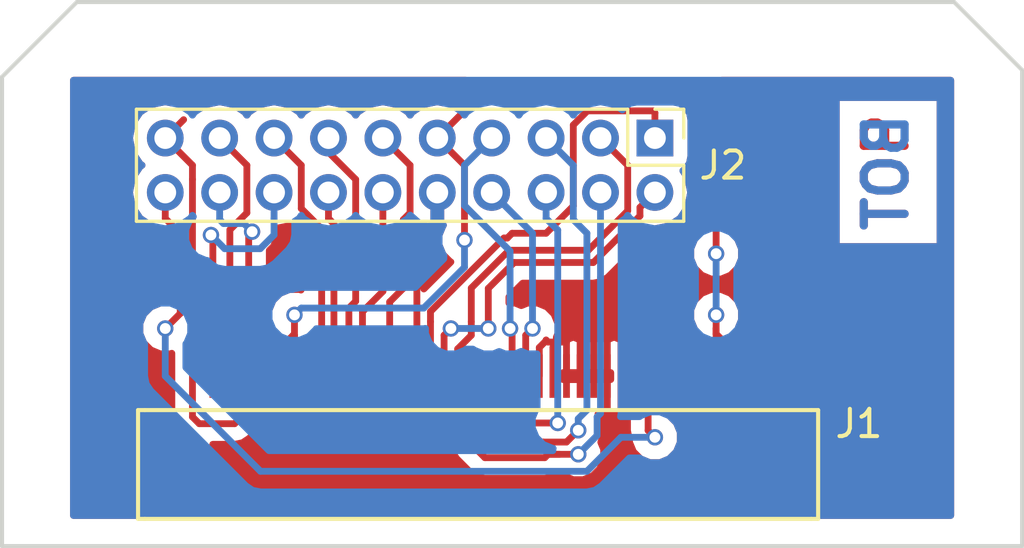
<source format=kicad_pcb>
(kicad_pcb (version 4) (host pcbnew 4.0.7-e2-6376~58~ubuntu16.04.1)

  (general
    (links 37)
    (no_connects 37)
    (area 174.975119 97.308963 215.125121 117.458965)
    (thickness 1.6)
    (drawings 8)
    (tracks 224)
    (zones 0)
    (modules 2)
    (nets 24)
  )

  (page A4)
  (layers
    (0 F.Cu signal)
    (31 B.Cu signal)
    (32 B.Adhes user)
    (33 F.Adhes user)
    (34 B.Paste user)
    (35 F.Paste user)
    (36 B.SilkS user)
    (37 F.SilkS user)
    (38 B.Mask user)
    (39 F.Mask user)
    (40 Dwgs.User user)
    (41 Cmts.User user)
    (42 Eco1.User user)
    (43 Eco2.User user)
    (44 Edge.Cuts user)
    (45 Margin user)
    (46 B.CrtYd user)
    (47 F.CrtYd user)
    (48 B.Fab user)
    (49 F.Fab user)
  )

  (setup
    (last_trace_width 0.25)
    (trace_clearance 0.2)
    (zone_clearance 0.508)
    (zone_45_only no)
    (trace_min 0.2)
    (segment_width 0.2)
    (edge_width 0.15)
    (via_size 0.6)
    (via_drill 0.4)
    (via_min_size 0.4)
    (via_min_drill 0.3)
    (uvia_size 0.3)
    (uvia_drill 0.1)
    (uvias_allowed no)
    (uvia_min_size 0.2)
    (uvia_min_drill 0.1)
    (pcb_text_width 0.3)
    (pcb_text_size 1.5 1.5)
    (mod_edge_width 0.15)
    (mod_text_size 1 1)
    (mod_text_width 0.15)
    (pad_size 1.524 1.524)
    (pad_drill 0.762)
    (pad_to_mask_clearance 0.2)
    (aux_axis_origin 0 0)
    (visible_elements FFFFFF7F)
    (pcbplotparams
      (layerselection 0x01030_80000001)
      (usegerberextensions false)
      (excludeedgelayer true)
      (linewidth 0.100000)
      (plotframeref false)
      (viasonmask false)
      (mode 1)
      (useauxorigin false)
      (hpglpennumber 1)
      (hpglpenspeed 20)
      (hpglpendiameter 15)
      (hpglpenoverlay 2)
      (psnegative false)
      (psa4output false)
      (plotreference true)
      (plotvalue true)
      (plotinvisibletext false)
      (padsonsilk false)
      (subtractmaskfromsilk false)
      (outputformat 1)
      (mirror false)
      (drillshape 0)
      (scaleselection 1)
      (outputdirectory Export/))
  )

  (net 0 "")
  (net 1 TS_ADC1)
  (net 2 TS_ADC2)
  (net 3 TS_P1)
  (net 4 TS_P2)
  (net 5 GND)
  (net 6 +3V3)
  (net 7 "Net-(J1-Pad8)")
  (net 8 LCD_CS)
  (net 9 LCD_RS)
  (net 10 LCD_WR)
  (net 11 LCD_RD)
  (net 12 "Net-(J1-Pad13)")
  (net 13 "Net-(J1-Pad14)")
  (net 14 LCD_RST)
  (net 15 LCD_D0)
  (net 16 LCD_D1)
  (net 17 LCD_D2)
  (net 18 LCD_D3)
  (net 19 LCD_D4)
  (net 20 LCD_D5)
  (net 21 LCD_D6)
  (net 22 LCD_D7)
  (net 23 LCD_BL_PWR)

  (net_class Default "This is the default net class."
    (clearance 0.2)
    (trace_width 0.25)
    (via_dia 0.6)
    (via_drill 0.4)
    (uvia_dia 0.3)
    (uvia_drill 0.1)
    (add_net +3V3)
    (add_net GND)
    (add_net LCD_BL_PWR)
    (add_net LCD_CS)
    (add_net LCD_D0)
    (add_net LCD_D1)
    (add_net LCD_D2)
    (add_net LCD_D3)
    (add_net LCD_D4)
    (add_net LCD_D5)
    (add_net LCD_D6)
    (add_net LCD_D7)
    (add_net LCD_RD)
    (add_net LCD_RS)
    (add_net LCD_RST)
    (add_net LCD_WR)
    (add_net "Net-(J1-Pad13)")
    (add_net "Net-(J1-Pad14)")
    (add_net "Net-(J1-Pad8)")
    (add_net TS_ADC1)
    (add_net TS_ADC2)
    (add_net TS_P1)
    (add_net TS_P2)
  )

  (module timekiller-footprints:LCD_conn (layer F.Cu) (tedit 5ADB13EA) (tstamp 5B8B16DD)
    (at 185.75 111 90)
    (path /5B8B002C)
    (fp_text reference J1 (at -1.75 23.25 180) (layer F.SilkS)
      (effects (font (size 1 1) (thickness 0.15)))
    )
    (fp_text value Conn_LCD (at -2.75 8.5 180) (layer F.Fab)
      (effects (font (size 1 1) (thickness 0.15)))
    )
    (fp_line (start -5.25 -3.25) (end -5.25 -3) (layer F.SilkS) (width 0.15))
    (fp_line (start -1.25 -3.25) (end -1.25 -3) (layer F.SilkS) (width 0.15))
    (fp_line (start -5.25 21.5) (end -5.25 21.75) (layer F.SilkS) (width 0.15))
    (fp_line (start -1.25 21.5) (end -1.25 21.75) (layer F.SilkS) (width 0.15))
    (fp_line (start -1.25 21.75) (end -5.25 21.75) (layer F.SilkS) (width 0.15))
    (fp_line (start -5.25 21.5) (end -5.25 -3) (layer F.SilkS) (width 0.15))
    (fp_line (start -5.25 -3.25) (end -1.25 -3.25) (layer F.SilkS) (width 0.15))
    (fp_line (start -1.25 -3) (end -1.25 21.5) (layer F.SilkS) (width 0.15))
    (pad 1 smd rect (at 0.25 -0.5 90) (size 2.1 0.25) (layers F.Cu F.Paste F.Mask)
      (net 1 TS_ADC1))
    (pad 2 smd rect (at 0 0 90) (size 1.6 0.25) (layers F.Cu F.Paste F.Mask)
      (net 2 TS_ADC2))
    (pad 3 smd rect (at 0 0.5 90) (size 1.6 0.25) (layers F.Cu F.Paste F.Mask)
      (net 3 TS_P1))
    (pad 4 smd rect (at 0 1 90) (size 1.6 0.25) (layers F.Cu F.Paste F.Mask)
      (net 4 TS_P2))
    (pad 5 smd rect (at 0 1.5 90) (size 1.6 0.25) (layers F.Cu F.Paste F.Mask)
      (net 5 GND))
    (pad 6 smd rect (at 0 2 90) (size 1.6 0.25) (layers F.Cu F.Paste F.Mask)
      (net 6 +3V3))
    (pad 7 smd rect (at 0 2.5 90) (size 1.6 0.25) (layers F.Cu F.Paste F.Mask)
      (net 6 +3V3))
    (pad 8 smd rect (at 0 3 90) (size 1.6 0.25) (layers F.Cu F.Paste F.Mask)
      (net 7 "Net-(J1-Pad8)"))
    (pad 9 smd rect (at 0 3.5 90) (size 1.6 0.25) (layers F.Cu F.Paste F.Mask)
      (net 8 LCD_CS))
    (pad 10 smd rect (at 0 4 90) (size 1.6 0.25) (layers F.Cu F.Paste F.Mask)
      (net 9 LCD_RS))
    (pad 11 smd rect (at 0 4.5 90) (size 1.6 0.25) (layers F.Cu F.Paste F.Mask)
      (net 10 LCD_WR))
    (pad 12 smd rect (at 0 5 90) (size 1.6 0.25) (layers F.Cu F.Paste F.Mask)
      (net 11 LCD_RD))
    (pad 13 smd rect (at 0 5.5 90) (size 1.6 0.25) (layers F.Cu F.Paste F.Mask)
      (net 12 "Net-(J1-Pad13)"))
    (pad 14 smd rect (at 0 6 90) (size 1.6 0.25) (layers F.Cu F.Paste F.Mask)
      (net 13 "Net-(J1-Pad14)"))
    (pad 15 smd rect (at 0 6.5 90) (size 1.6 0.25) (layers F.Cu F.Paste F.Mask)
      (net 14 LCD_RST))
    (pad 16 smd rect (at 0 7 90) (size 1.6 0.25) (layers F.Cu F.Paste F.Mask)
      (net 5 GND))
    (pad 17 smd rect (at 0 7.5 90) (size 1.6 0.25) (layers F.Cu F.Paste F.Mask)
      (net 15 LCD_D0))
    (pad 18 smd rect (at 0 8 90) (size 1.6 0.25) (layers F.Cu F.Paste F.Mask)
      (net 16 LCD_D1))
    (pad 19 smd rect (at 0 8.5 90) (size 1.6 0.25) (layers F.Cu F.Paste F.Mask)
      (net 17 LCD_D2))
    (pad 20 smd rect (at 0 9 90) (size 1.6 0.25) (layers F.Cu F.Paste F.Mask)
      (net 18 LCD_D3))
    (pad 21 smd rect (at 0 9.5 90) (size 1.6 0.25) (layers F.Cu F.Paste F.Mask)
      (net 19 LCD_D4))
    (pad 22 smd rect (at 0 10 90) (size 1.6 0.25) (layers F.Cu F.Paste F.Mask)
      (net 20 LCD_D5))
    (pad 23 smd rect (at 0 10.5 90) (size 1.6 0.25) (layers F.Cu F.Paste F.Mask)
      (net 21 LCD_D6))
    (pad 24 smd rect (at 0 11 90) (size 1.6 0.25) (layers F.Cu F.Paste F.Mask)
      (net 22 LCD_D7))
    (pad 25 smd rect (at 0 11.5 90) (size 1.6 0.25) (layers F.Cu F.Paste F.Mask)
      (net 5 GND))
    (pad 26 smd rect (at 0 12 90) (size 1.6 0.25) (layers F.Cu F.Paste F.Mask)
      (net 5 GND))
    (pad 27 smd rect (at 0 12.5 90) (size 1.6 0.25) (layers F.Cu F.Paste F.Mask)
      (net 5 GND))
    (pad 28 smd rect (at 0 13 90) (size 1.6 0.25) (layers F.Cu F.Paste F.Mask)
      (net 5 GND))
    (pad 29 smd rect (at 0 13.5 90) (size 1.6 0.25) (layers F.Cu F.Paste F.Mask)
      (net 5 GND))
    (pad 30 smd rect (at 0 14 90) (size 1.6 0.25) (layers F.Cu F.Paste F.Mask)
      (net 5 GND))
    (pad 31 smd rect (at 0 14.5 90) (size 1.6 0.25) (layers F.Cu F.Paste F.Mask)
      (net 5 GND))
    (pad 32 smd rect (at 0 15 90) (size 1.6 0.25) (layers F.Cu F.Paste F.Mask)
      (net 5 GND))
    (pad 33 smd rect (at 0 15.5 90) (size 1.6 0.25) (layers F.Cu F.Paste F.Mask)
      (net 23 LCD_BL_PWR))
    (pad 34 smd rect (at 0 16 90) (size 1.6 0.25) (layers F.Cu F.Paste F.Mask)
      (net 5 GND))
    (pad 35 smd rect (at 0 16.5 90) (size 1.6 0.25) (layers F.Cu F.Paste F.Mask)
      (net 5 GND))
    (pad 36 smd rect (at 0 17 90) (size 1.6 0.25) (layers F.Cu F.Paste F.Mask)
      (net 5 GND))
    (pad 37 smd rect (at 0 17.5 90) (size 1.6 0.25) (layers F.Cu F.Paste F.Mask)
      (net 5 GND))
    (pad 38 smd rect (at 0 18 90) (size 1.6 0.25) (layers F.Cu F.Paste F.Mask)
      (net 6 +3V3))
    (pad 39 smd rect (at 0 18.5 90) (size 1.6 0.25) (layers F.Cu F.Paste F.Mask)
      (net 6 +3V3))
    (pad 40 smd rect (at 0 19 90) (size 1.6 0.25) (layers F.Cu F.Paste F.Mask)
      (net 5 GND))
    (pad "" smd rect (at -3 20.5 90) (size 1.5 1.7) (layers F.Cu F.Paste F.Mask))
    (pad "" smd rect (at -3.25 -2 90) (size 1.5 1.7) (layers F.Cu F.Paste F.Mask))
  )

  (module Pin_Headers:Pin_Header_Straight_2x10_Pitch2.00mm (layer F.Cu) (tedit 59650534) (tstamp 5B8B16F5)
    (at 201.5 102.25 270)
    (descr "Through hole straight pin header, 2x10, 2.00mm pitch, double rows")
    (tags "Through hole pin header THT 2x10 2.00mm double row")
    (path /5B8B0131)
    (fp_text reference J2 (at 1 -2.5 360) (layer F.SilkS)
      (effects (font (size 1 1) (thickness 0.15)))
    )
    (fp_text value Conn_Board (at -2.25 9.5 360) (layer F.Fab)
      (effects (font (size 1 1) (thickness 0.15)))
    )
    (fp_line (start 0 -1) (end 3 -1) (layer F.Fab) (width 0.1))
    (fp_line (start 3 -1) (end 3 19) (layer F.Fab) (width 0.1))
    (fp_line (start 3 19) (end -1 19) (layer F.Fab) (width 0.1))
    (fp_line (start -1 19) (end -1 0) (layer F.Fab) (width 0.1))
    (fp_line (start -1 0) (end 0 -1) (layer F.Fab) (width 0.1))
    (fp_line (start -1.06 19.06) (end 3.06 19.06) (layer F.SilkS) (width 0.12))
    (fp_line (start -1.06 1) (end -1.06 19.06) (layer F.SilkS) (width 0.12))
    (fp_line (start 3.06 -1.06) (end 3.06 19.06) (layer F.SilkS) (width 0.12))
    (fp_line (start -1.06 1) (end 1 1) (layer F.SilkS) (width 0.12))
    (fp_line (start 1 1) (end 1 -1.06) (layer F.SilkS) (width 0.12))
    (fp_line (start 1 -1.06) (end 3.06 -1.06) (layer F.SilkS) (width 0.12))
    (fp_line (start -1.06 0) (end -1.06 -1.06) (layer F.SilkS) (width 0.12))
    (fp_line (start -1.06 -1.06) (end 0 -1.06) (layer F.SilkS) (width 0.12))
    (fp_line (start -1.5 -1.5) (end -1.5 19.5) (layer F.CrtYd) (width 0.05))
    (fp_line (start -1.5 19.5) (end 3.5 19.5) (layer F.CrtYd) (width 0.05))
    (fp_line (start 3.5 19.5) (end 3.5 -1.5) (layer F.CrtYd) (width 0.05))
    (fp_line (start 3.5 -1.5) (end -1.5 -1.5) (layer F.CrtYd) (width 0.05))
    (fp_text user %R (at 1 9 360) (layer F.Fab)
      (effects (font (size 1 1) (thickness 0.15)))
    )
    (pad 1 thru_hole rect (at 0 0 270) (size 1.35 1.35) (drill 0.8) (layers *.Cu *.Mask)
      (net 15 LCD_D0))
    (pad 2 thru_hole oval (at 2 0 270) (size 1.35 1.35) (drill 0.8) (layers *.Cu *.Mask)
      (net 16 LCD_D1))
    (pad 3 thru_hole oval (at 0 2 270) (size 1.35 1.35) (drill 0.8) (layers *.Cu *.Mask)
      (net 17 LCD_D2))
    (pad 4 thru_hole oval (at 2 2 270) (size 1.35 1.35) (drill 0.8) (layers *.Cu *.Mask)
      (net 18 LCD_D3))
    (pad 5 thru_hole oval (at 0 4 270) (size 1.35 1.35) (drill 0.8) (layers *.Cu *.Mask)
      (net 19 LCD_D4))
    (pad 6 thru_hole oval (at 2 4 270) (size 1.35 1.35) (drill 0.8) (layers *.Cu *.Mask)
      (net 20 LCD_D5))
    (pad 7 thru_hole oval (at 0 6 270) (size 1.35 1.35) (drill 0.8) (layers *.Cu *.Mask)
      (net 21 LCD_D6))
    (pad 8 thru_hole oval (at 2 6 270) (size 1.35 1.35) (drill 0.8) (layers *.Cu *.Mask)
      (net 22 LCD_D7))
    (pad 9 thru_hole oval (at 0 8 270) (size 1.35 1.35) (drill 0.8) (layers *.Cu *.Mask)
      (net 6 +3V3))
    (pad 10 thru_hole oval (at 2 8 270) (size 1.35 1.35) (drill 0.8) (layers *.Cu *.Mask)
      (net 5 GND))
    (pad 11 thru_hole oval (at 0 10 270) (size 1.35 1.35) (drill 0.8) (layers *.Cu *.Mask)
      (net 14 LCD_RST))
    (pad 12 thru_hole oval (at 2 10 270) (size 1.35 1.35) (drill 0.8) (layers *.Cu *.Mask)
      (net 11 LCD_RD))
    (pad 13 thru_hole oval (at 0 12 270) (size 1.35 1.35) (drill 0.8) (layers *.Cu *.Mask)
      (net 10 LCD_WR))
    (pad 14 thru_hole oval (at 2 12 270) (size 1.35 1.35) (drill 0.8) (layers *.Cu *.Mask)
      (net 9 LCD_RS))
    (pad 15 thru_hole oval (at 0 14 270) (size 1.35 1.35) (drill 0.8) (layers *.Cu *.Mask)
      (net 8 LCD_CS))
    (pad 16 thru_hole oval (at 2 14 270) (size 1.35 1.35) (drill 0.8) (layers *.Cu *.Mask)
      (net 1 TS_ADC1))
    (pad 17 thru_hole oval (at 0 16 270) (size 1.35 1.35) (drill 0.8) (layers *.Cu *.Mask)
      (net 2 TS_ADC2))
    (pad 18 thru_hole oval (at 2 16 270) (size 1.35 1.35) (drill 0.8) (layers *.Cu *.Mask)
      (net 3 TS_P1))
    (pad 19 thru_hole oval (at 0 18 270) (size 1.35 1.35) (drill 0.8) (layers *.Cu *.Mask)
      (net 4 TS_P2))
    (pad 20 thru_hole oval (at 2 18 270) (size 1.35 1.35) (drill 0.8) (layers *.Cu *.Mask)
      (net 23 LCD_BL_PWR))
    (model ${KISYS3DMOD}/Pin_Headers.3dshapes/Pin_Header_Straight_2x10_Pitch2.00mm.wrl
      (at (xyz 0 0 0))
      (scale (xyz 1 1 1))
      (rotate (xyz 0 0 0))
    )
  )

  (gr_text "BOT\n" (at 210 103.5 90) (layer B.Cu)
    (effects (font (size 1.5 1.5) (thickness 0.3)) (justify mirror))
  )
  (gr_text "TOP\n" (at 210 103.5 90) (layer F.Cu)
    (effects (font (size 1.5 1.5) (thickness 0.3)))
  )
  (gr_line (start 215 99.75) (end 215 117.25) (layer Edge.Cuts) (width 0.15))
  (gr_line (start 212.5 97.25) (end 215 99.75) (layer Edge.Cuts) (width 0.15))
  (gr_line (start 180.25 97.25) (end 212.5 97.25) (layer Edge.Cuts) (width 0.15))
  (gr_line (start 177.5 100) (end 180.25 97.25) (layer Edge.Cuts) (width 0.15))
  (gr_line (start 177.5 117.25) (end 177.5 100) (layer Edge.Cuts) (width 0.15))
  (gr_line (start 215 117.25) (end 177.5 117.25) (layer Edge.Cuts) (width 0.15))

  (segment (start 185.180054 105.813938) (end 185.683059 106.316943) (width 0.25) (layer B.Cu) (net 1))
  (segment (start 185.683059 106.316943) (end 186.991943 106.316943) (width 0.25) (layer B.Cu) (net 1))
  (segment (start 186.991943 106.316943) (end 187.5 105.808886) (width 0.25) (layer B.Cu) (net 1))
  (segment (start 187.5 105.808886) (end 187.5 105.204594) (width 0.25) (layer B.Cu) (net 1))
  (segment (start 187.5 105.204594) (end 187.5 104.25) (width 0.25) (layer B.Cu) (net 1))
  (segment (start 185.25 107) (end 185.25 105.883884) (width 0.25) (layer F.Cu) (net 1))
  (segment (start 185.25 105.883884) (end 185.180054 105.813938) (width 0.25) (layer F.Cu) (net 1))
  (via (at 185.180054 105.813938) (size 0.6) (drill 0.4) (layers F.Cu B.Cu) (net 1))
  (segment (start 187.75 104.5) (end 187.5 104.25) (width 0.25) (layer F.Cu) (net 1))
  (segment (start 185.25 110.75) (end 185.25 107) (width 0.25) (layer F.Cu) (net 1))
  (segment (start 185.75 111) (end 185.75 109.95) (width 0.25) (layer F.Cu) (net 2))
  (segment (start 185.75 109.95) (end 185.875001 109.824999) (width 0.25) (layer F.Cu) (net 2))
  (segment (start 185.875001 109.824999) (end 185.875001 105.624999) (width 0.25) (layer F.Cu) (net 2))
  (segment (start 185.875001 105.624999) (end 186.5 105) (width 0.25) (layer F.Cu) (net 2))
  (segment (start 186.5 105) (end 186.500001 103.250001) (width 0.25) (layer F.Cu) (net 2))
  (segment (start 186.500001 103.250001) (end 185.5 102.25) (width 0.25) (layer F.Cu) (net 2))
  (segment (start 186.691942 105.691942) (end 186.391943 105.391943) (width 0.25) (layer B.Cu) (net 3))
  (segment (start 186.391943 105.391943) (end 185.641944 105.391943) (width 0.25) (layer B.Cu) (net 3))
  (segment (start 185.641944 105.391943) (end 185.5 105.249999) (width 0.25) (layer B.Cu) (net 3))
  (segment (start 186.566943 106.316942) (end 186.566943 105.816941) (width 0.25) (layer F.Cu) (net 3))
  (segment (start 186.566943 105.816941) (end 186.691942 105.691942) (width 0.25) (layer F.Cu) (net 3))
  (via (at 186.691942 105.691942) (size 0.6) (drill 0.4) (layers F.Cu B.Cu) (net 3))
  (segment (start 185.5 104.25) (end 185.5 105.249999) (width 0.25) (layer B.Cu) (net 3))
  (segment (start 186.25 111) (end 186.25 110.08641) (width 0.25) (layer F.Cu) (net 3))
  (segment (start 186.25 110.08641) (end 186.566943 109.769467) (width 0.25) (layer F.Cu) (net 3))
  (segment (start 186.566943 109.769467) (end 186.566943 106.316942) (width 0.25) (layer F.Cu) (net 3))
  (segment (start 184.75 112.75) (end 186.05 112.75) (width 0.25) (layer F.Cu) (net 4))
  (segment (start 186.75 112.05) (end 186.75 111) (width 0.25) (layer F.Cu) (net 4))
  (segment (start 186.05 112.75) (end 186.75 112.05) (width 0.25) (layer F.Cu) (net 4))
  (segment (start 184.5 112.5) (end 184.75 112.75) (width 0.25) (layer F.Cu) (net 4))
  (segment (start 184.5 103.769998) (end 184.5 112.5) (width 0.25) (layer F.Cu) (net 4))
  (segment (start 183.5 102.25) (end 184.500001 103.250001) (width 0.25) (layer F.Cu) (net 4))
  (segment (start 184.500001 103.250001) (end 184.5 103.769998) (width 0.25) (layer F.Cu) (net 4))
  (segment (start 184.174999 101.575001) (end 183.5 102.25) (width 0.25) (layer F.Cu) (net 4))
  (segment (start 187.25 107.75) (end 187.5 107.5) (width 0.25) (layer F.Cu) (net 5))
  (segment (start 187.25 108) (end 187.25 107.75) (width 0.25) (layer F.Cu) (net 5))
  (segment (start 187.25 111) (end 187.25 108) (width 0.25) (layer F.Cu) (net 5))
  (segment (start 200.25 109.25) (end 199.75 109.25) (width 0.25) (layer F.Cu) (net 5))
  (segment (start 200.25 111) (end 200.25 109.25) (width 0.25) (layer F.Cu) (net 5))
  (segment (start 198.75 109.25) (end 199.25 109.25) (width 0.25) (layer F.Cu) (net 5))
  (segment (start 192.75 111) (end 192.75 112.75) (width 0.25) (layer F.Cu) (net 5))
  (segment (start 192.75 112.75) (end 192.75 113) (width 0.25) (layer F.Cu) (net 5))
  (segment (start 187.25 112.5) (end 187.5 112.75) (width 0.25) (layer F.Cu) (net 5))
  (segment (start 187.5 112.75) (end 192.75 112.75) (width 0.25) (layer F.Cu) (net 5))
  (segment (start 187.25 111) (end 187.25 112.5) (width 0.25) (layer F.Cu) (net 5))
  (segment (start 199.75 111) (end 199.75 113) (width 0.25) (layer F.Cu) (net 5))
  (segment (start 200.25 111) (end 200.25 112.25) (width 0.25) (layer F.Cu) (net 5))
  (segment (start 200.25 112.25) (end 200.75 112.25) (width 0.25) (layer F.Cu) (net 5))
  (segment (start 200.75 112.25) (end 200.75 111) (width 0.25) (layer F.Cu) (net 5))
  (segment (start 198.25 109.5) (end 198.25 109.75) (width 0.25) (layer F.Cu) (net 5))
  (segment (start 197.574998 109.75) (end 198.25 109.75) (width 0.25) (layer F.Cu) (net 5))
  (segment (start 198.25 109.75) (end 198.25 111) (width 0.25) (layer F.Cu) (net 5))
  (segment (start 197.5 109.675002) (end 197.574998 109.75) (width 0.25) (layer F.Cu) (net 5))
  (segment (start 197.25 111) (end 197.25 109.95) (width 0.25) (layer F.Cu) (net 5))
  (segment (start 197.25 109.95) (end 197.5 109.7) (width 0.25) (layer F.Cu) (net 5))
  (segment (start 197.5 109.7) (end 197.5 109.675002) (width 0.25) (layer F.Cu) (net 5))
  (segment (start 198.25 109.25) (end 198.25 109.5) (width 0.25) (layer F.Cu) (net 5))
  (segment (start 198.2 109.5) (end 198.25 109.5) (width 0.25) (layer F.Cu) (net 5))
  (segment (start 197.75 111) (end 197.75 109.95) (width 0.25) (layer F.Cu) (net 5))
  (segment (start 197.75 109.95) (end 198.2 109.5) (width 0.25) (layer F.Cu) (net 5))
  (segment (start 202.25 109.5) (end 202.5 109.25) (width 0.25) (layer F.Cu) (net 5))
  (segment (start 202.5 109.25) (end 202.75 109.25) (width 0.25) (layer F.Cu) (net 5))
  (segment (start 202.25 111) (end 202.25 109.5) (width 0.25) (layer F.Cu) (net 5))
  (segment (start 198.75 109.25) (end 198.25 109.25) (width 0.25) (layer F.Cu) (net 5))
  (segment (start 198.75 111) (end 198.75 109.25) (width 0.25) (layer F.Cu) (net 5))
  (segment (start 199.25 109.25) (end 199.25 111) (width 0.25) (layer F.Cu) (net 5))
  (segment (start 199.75 109.25) (end 199.25 109.25) (width 0.25) (layer F.Cu) (net 5))
  (segment (start 199.75 111) (end 199.75 109.25) (width 0.25) (layer F.Cu) (net 5))
  (segment (start 202.75 111) (end 202.75 109.25) (width 0.25) (layer F.Cu) (net 5))
  (segment (start 204.75 112.5) (end 203 112.5) (width 0.25) (layer F.Cu) (net 5))
  (segment (start 204.75 111) (end 204.75 112.5) (width 0.25) (layer F.Cu) (net 5))
  (segment (start 203.25 112.75) (end 203.25 111) (width 0.25) (layer F.Cu) (net 5))
  (segment (start 202.75 112.75) (end 203.25 112.75) (width 0.25) (layer F.Cu) (net 5))
  (segment (start 202.75 111) (end 202.75 112.75) (width 0.25) (layer F.Cu) (net 5))
  (segment (start 202.25 112) (end 202.25 111) (width 0.25) (layer F.Cu) (net 5))
  (segment (start 202 112.25) (end 202.25 112) (width 0.25) (layer F.Cu) (net 5))
  (segment (start 201.95 112.25) (end 202 112.25) (width 0.25) (layer F.Cu) (net 5))
  (segment (start 201.75 111) (end 201.75 112.05) (width 0.25) (layer F.Cu) (net 5))
  (segment (start 201.75 112.05) (end 201.95 112.25) (width 0.25) (layer F.Cu) (net 5))
  (segment (start 192.75 111) (end 192.75 107.75) (width 0.25) (layer F.Cu) (net 5))
  (segment (start 192.75 107.75) (end 193.5 107) (width 0.25) (layer F.Cu) (net 5))
  (segment (start 193.5 107) (end 193.5 104.25) (width 0.25) (layer F.Cu) (net 5))
  (segment (start 203.75 106.5) (end 203.75 108.75) (width 0.25) (layer B.Cu) (net 6))
  (segment (start 203.75 106.5) (end 203.75 101) (width 0.25) (layer F.Cu) (net 6))
  (via (at 203.75 106.5) (size 0.6) (drill 0.4) (layers F.Cu B.Cu) (net 6))
  (segment (start 203.75 109.25) (end 203.75 108.75) (width 0.25) (layer F.Cu) (net 6))
  (via (at 203.75 108.75) (size 0.6) (drill 0.4) (layers F.Cu B.Cu) (net 6))
  (segment (start 203.75 111) (end 203.75 109.25) (width 0.25) (layer F.Cu) (net 6))
  (segment (start 204.25 111) (end 204.25 109.95) (width 0.25) (layer F.Cu) (net 6))
  (segment (start 204.25 109.95) (end 203.75 109.45) (width 0.25) (layer F.Cu) (net 6))
  (segment (start 203.75 109.45) (end 203.75 109.25) (width 0.25) (layer F.Cu) (net 6))
  (segment (start 194.5 107) (end 194.5 106) (width 0.25) (layer B.Cu) (net 6))
  (segment (start 193 108.5) (end 194.5 107) (width 0.25) (layer B.Cu) (net 6))
  (segment (start 188.5 108.5) (end 188.25 108.75) (width 0.25) (layer B.Cu) (net 6))
  (segment (start 188.5 108.5) (end 193 108.5) (width 0.25) (layer B.Cu) (net 6))
  (segment (start 188.25 108.75) (end 188.25 109.5) (width 0.25) (layer F.Cu) (net 6))
  (segment (start 187.75 109.95) (end 188.2 109.5) (width 0.25) (layer F.Cu) (net 6))
  (segment (start 188.25 109.5) (end 188.25 111) (width 0.25) (layer F.Cu) (net 6))
  (segment (start 187.75 111) (end 187.75 109.95) (width 0.25) (layer F.Cu) (net 6))
  (segment (start 188.2 109.5) (end 188.25 109.5) (width 0.25) (layer F.Cu) (net 6))
  (via (at 188.25 108.75) (size 0.6) (drill 0.4) (layers F.Cu B.Cu) (net 6))
  (segment (start 193.5 102.25) (end 194.5 103.25) (width 0.25) (layer F.Cu) (net 6))
  (segment (start 194.5 103.25) (end 194.5 106) (width 0.25) (layer F.Cu) (net 6))
  (via (at 194.5 106) (size 0.6) (drill 0.4) (layers F.Cu B.Cu) (net 6))
  (segment (start 203 100.25) (end 195.5 100.25) (width 0.25) (layer F.Cu) (net 6))
  (segment (start 195.5 100.25) (end 193.5 102.25) (width 0.25) (layer F.Cu) (net 6))
  (segment (start 203.75 101) (end 203 100.25) (width 0.25) (layer F.Cu) (net 6))
  (segment (start 187.5 102.25) (end 188.5 103.25) (width 0.25) (layer F.Cu) (net 8))
  (segment (start 188.5 103.25) (end 188.5 104.841004) (width 0.25) (layer F.Cu) (net 8))
  (segment (start 188.5 104.841004) (end 189.25 105.591004) (width 0.25) (layer F.Cu) (net 8))
  (segment (start 189.25 105.591004) (end 189.25 111) (width 0.25) (layer F.Cu) (net 8))
  (segment (start 189.5 104.25) (end 189.5 105.204594) (width 0.25) (layer F.Cu) (net 9))
  (segment (start 189.5 105.204594) (end 189.700001 105.404595) (width 0.25) (layer F.Cu) (net 9))
  (segment (start 189.700001 110.950001) (end 189.75 111) (width 0.25) (layer F.Cu) (net 9))
  (segment (start 189.700001 105.404595) (end 189.700001 110.950001) (width 0.25) (layer F.Cu) (net 9))
  (segment (start 190.25 111) (end 190.25 108.5) (width 0.25) (layer F.Cu) (net 10))
  (segment (start 190.25 108.5) (end 190.5 108.25) (width 0.25) (layer F.Cu) (net 10))
  (segment (start 190.5 108.25) (end 190.5 103.769998) (width 0.25) (layer F.Cu) (net 10))
  (segment (start 190.5 103.769998) (end 189.5 102.769998) (width 0.25) (layer F.Cu) (net 10))
  (segment (start 189.5 102.769998) (end 189.5 102.25) (width 0.25) (layer F.Cu) (net 10))
  (segment (start 190.75 111) (end 190.75 108.63641) (width 0.25) (layer F.Cu) (net 11))
  (segment (start 190.75 108.63641) (end 191.5 107.88641) (width 0.25) (layer F.Cu) (net 11))
  (segment (start 191.5 107.88641) (end 191.5 107.5) (width 0.25) (layer F.Cu) (net 11))
  (segment (start 191.5 107.5) (end 191.5 104.25) (width 0.25) (layer F.Cu) (net 11))
  (segment (start 192.25 111) (end 192.25 109.75) (width 0.25) (layer F.Cu) (net 14))
  (segment (start 192.25 109.75) (end 191.75 109.25) (width 0.25) (layer F.Cu) (net 14))
  (segment (start 191.75 109.25) (end 191.75 108.27282) (width 0.25) (layer F.Cu) (net 14))
  (segment (start 191.75 108.27282) (end 192.25 107.77282) (width 0.25) (layer F.Cu) (net 14))
  (segment (start 192.25 107.77282) (end 192.25 105.25) (width 0.25) (layer F.Cu) (net 14))
  (segment (start 192.25 105.25) (end 192.5 105) (width 0.25) (layer F.Cu) (net 14))
  (segment (start 192.5 105) (end 192.500001 103.250001) (width 0.25) (layer F.Cu) (net 14))
  (segment (start 192.500001 103.250001) (end 191.5 102.25) (width 0.25) (layer F.Cu) (net 14))
  (segment (start 197.5 105.75) (end 196.25 105.75) (width 0.25) (layer F.Cu) (net 15))
  (segment (start 193.25 109) (end 193.25 111) (width 0.25) (layer F.Cu) (net 15))
  (segment (start 196.075007 105.924993) (end 195.952209 105.924993) (width 0.25) (layer F.Cu) (net 15))
  (segment (start 196.25 105.75) (end 196.075007 105.924993) (width 0.25) (layer F.Cu) (net 15))
  (segment (start 195.952209 105.924993) (end 193.25 108.627202) (width 0.25) (layer F.Cu) (net 15))
  (segment (start 193.25 108.627202) (end 193.25 109) (width 0.25) (layer F.Cu) (net 15))
  (segment (start 201.5 102.25) (end 201.5 101.325) (width 0.25) (layer F.Cu) (net 15))
  (segment (start 201.5 101.325) (end 201.424999 101.249999) (width 0.25) (layer F.Cu) (net 15))
  (segment (start 201.424999 101.249999) (end 199.019999 101.249999) (width 0.25) (layer F.Cu) (net 15))
  (segment (start 199.019999 101.249999) (end 198.5 101.769998) (width 0.25) (layer F.Cu) (net 15))
  (segment (start 198.5 101.769998) (end 198.5 104.75) (width 0.25) (layer F.Cu) (net 15))
  (segment (start 198.5 104.75) (end 197.5 105.75) (width 0.25) (layer F.Cu) (net 15))
  (segment (start 195.375 109.25) (end 195.375 107.775022) (width 0.25) (layer F.Cu) (net 16))
  (segment (start 195.375 107.775022) (end 196.325011 106.825011) (width 0.25) (layer F.Cu) (net 16))
  (segment (start 196.325011 106.825011) (end 199.236401 106.825011) (width 0.25) (layer F.Cu) (net 16))
  (segment (start 199.236401 106.825011) (end 200.950009 105.111403) (width 0.25) (layer F.Cu) (net 16))
  (segment (start 200.950009 105.111403) (end 200.950009 104.799991) (width 0.25) (layer F.Cu) (net 16))
  (segment (start 200.950009 104.799991) (end 201.5 104.25) (width 0.25) (layer F.Cu) (net 16))
  (segment (start 195.375 109.25) (end 194.75 109.25) (width 0.25) (layer B.Cu) (net 16))
  (via (at 195.375 109.25) (size 0.6) (drill 0.4) (layers F.Cu B.Cu) (net 16))
  (segment (start 194 109.25) (end 194.75 109.25) (width 0.25) (layer B.Cu) (net 16))
  (segment (start 194 109.25) (end 193.75 109.5) (width 0.25) (layer F.Cu) (net 16))
  (segment (start 193.75 109.5) (end 193.75 111) (width 0.25) (layer F.Cu) (net 16))
  (via (at 194 109.25) (size 0.6) (drill 0.4) (layers F.Cu B.Cu) (net 16))
  (segment (start 199.5 102.25) (end 200.5 103.25) (width 0.25) (layer F.Cu) (net 17))
  (segment (start 200.5 104.925002) (end 199.050001 106.375001) (width 0.25) (layer F.Cu) (net 17))
  (segment (start 200.5 103.25) (end 200.5 104.925002) (width 0.25) (layer F.Cu) (net 17))
  (segment (start 199.050001 106.375001) (end 196.13861 106.375002) (width 0.25) (layer F.Cu) (net 17))
  (segment (start 196.13861 106.375002) (end 194.75 107.763612) (width 0.25) (layer F.Cu) (net 17))
  (segment (start 194.75 107.763612) (end 194.75 109) (width 0.25) (layer F.Cu) (net 17))
  (segment (start 194.75 109.5) (end 194.25 110) (width 0.25) (layer F.Cu) (net 17))
  (segment (start 194.75 109) (end 194.75 109.5) (width 0.25) (layer F.Cu) (net 17))
  (segment (start 194.25 110) (end 194.25 111) (width 0.25) (layer F.Cu) (net 17))
  (segment (start 197.450736 114) (end 197.575736 113.875) (width 0.25) (layer F.Cu) (net 18))
  (segment (start 197.575736 113.875) (end 198.683058 113.875) (width 0.25) (layer F.Cu) (net 18))
  (segment (start 199.5 112.375) (end 199.375 112.5) (width 0.25) (layer B.Cu) (net 18))
  (segment (start 199.375 113.183058) (end 198.683058 113.875) (width 0.25) (layer B.Cu) (net 18))
  (segment (start 199.375 112.5) (end 199.375 113.183058) (width 0.25) (layer B.Cu) (net 18))
  (via (at 198.683058 113.875) (size 0.6) (drill 0.4) (layers F.Cu B.Cu) (net 18))
  (segment (start 195.25 114) (end 194.75 113.5) (width 0.25) (layer F.Cu) (net 18))
  (segment (start 194.75 113.5) (end 194.75 111) (width 0.25) (layer F.Cu) (net 18))
  (segment (start 197.450736 114) (end 195.25 114) (width 0.25) (layer F.Cu) (net 18))
  (segment (start 198 113.875) (end 197.575736 113.875) (width 0.25) (layer F.Cu) (net 18))
  (segment (start 199.5 107.375) (end 199.5 112.375) (width 0.25) (layer B.Cu) (net 18))
  (segment (start 194.75 112.125) (end 194.75 111) (width 0.25) (layer F.Cu) (net 18))
  (segment (start 199.5 104.25) (end 199.5 107.375) (width 0.25) (layer B.Cu) (net 18))
  (segment (start 198.681441 112.992733) (end 198.681441 112.568469) (width 0.25) (layer B.Cu) (net 19))
  (segment (start 198.681441 112.568469) (end 199 112.24991) (width 0.25) (layer B.Cu) (net 19))
  (segment (start 198.5 105.25) (end 198.500001 103.250001) (width 0.25) (layer B.Cu) (net 19))
  (segment (start 198.500001 103.250001) (end 197.5 102.25) (width 0.25) (layer B.Cu) (net 19))
  (segment (start 199 112.24991) (end 199 105.75) (width 0.25) (layer B.Cu) (net 19))
  (segment (start 199 105.75) (end 198.5 105.25) (width 0.25) (layer B.Cu) (net 19))
  (segment (start 197.314326 113.5) (end 197.389336 113.42499) (width 0.25) (layer F.Cu) (net 19))
  (segment (start 197.389336 113.42499) (end 198.249184 113.42499) (width 0.25) (layer F.Cu) (net 19))
  (segment (start 198.249184 113.42499) (end 198.681441 112.992733) (width 0.25) (layer F.Cu) (net 19))
  (via (at 198.681441 112.992733) (size 0.6) (drill 0.4) (layers F.Cu B.Cu) (net 19))
  (segment (start 195.25 111) (end 195.25 113.36359) (width 0.25) (layer F.Cu) (net 19))
  (segment (start 195.25 113.36359) (end 195.38641 113.5) (width 0.25) (layer F.Cu) (net 19))
  (segment (start 195.38641 113.5) (end 197.314326 113.5) (width 0.25) (layer F.Cu) (net 19))
  (segment (start 197.927822 112.72429) (end 197.927822 105.632416) (width 0.25) (layer B.Cu) (net 20))
  (segment (start 197.927822 105.632416) (end 197.5 105.204594) (width 0.25) (layer B.Cu) (net 20))
  (segment (start 197.5 105.204594) (end 197.5 104.25) (width 0.25) (layer B.Cu) (net 20))
  (segment (start 196.27571 112.72429) (end 195.75 112.19858) (width 0.25) (layer F.Cu) (net 20))
  (segment (start 195.75 112.19858) (end 195.75 111) (width 0.25) (layer F.Cu) (net 20))
  (segment (start 197.927822 112.72429) (end 196.27571 112.72429) (width 0.25) (layer F.Cu) (net 20))
  (via (at 197.927822 112.72429) (size 0.6) (drill 0.4) (layers F.Cu B.Cu) (net 20))
  (segment (start 196.175003 109.25) (end 196.25 109.324997) (width 0.25) (layer F.Cu) (net 21))
  (segment (start 196.25 109.324997) (end 196.25 111) (width 0.25) (layer F.Cu) (net 21))
  (segment (start 195.5 102.25) (end 194.5 103.25) (width 0.25) (layer B.Cu) (net 21))
  (segment (start 194.5 103.25) (end 194.5 104.730002) (width 0.25) (layer B.Cu) (net 21))
  (segment (start 194.5 104.730002) (end 196.175003 106.405005) (width 0.25) (layer B.Cu) (net 21))
  (segment (start 196.175003 106.405005) (end 196.175003 109.25) (width 0.25) (layer B.Cu) (net 21))
  (via (at 196.175003 109.25) (size 0.6) (drill 0.4) (layers F.Cu B.Cu) (net 21))
  (segment (start 197 109.25) (end 196.75 109.5) (width 0.25) (layer F.Cu) (net 22))
  (segment (start 196.75 109.5) (end 196.75 111) (width 0.25) (layer F.Cu) (net 22))
  (segment (start 195.5 104.25) (end 197 105.75) (width 0.25) (layer B.Cu) (net 22))
  (segment (start 197 105.75) (end 197 109.25) (width 0.25) (layer B.Cu) (net 22))
  (via (at 197 109.25) (size 0.6) (drill 0.4) (layers F.Cu B.Cu) (net 22))
  (segment (start 184.04999 105.754584) (end 184.04999 108.70001) (width 0.25) (layer F.Cu) (net 23))
  (segment (start 184.04999 108.70001) (end 183.5 109.25) (width 0.25) (layer F.Cu) (net 23))
  (segment (start 183.5 104.25) (end 183.5 105.204594) (width 0.25) (layer F.Cu) (net 23))
  (segment (start 183.5 105.204594) (end 184.04999 105.754584) (width 0.25) (layer F.Cu) (net 23))
  (segment (start 187 114.5) (end 183.75 111.25) (width 0.25) (layer B.Cu) (net 23))
  (segment (start 183.5 111) (end 183.75 111.25) (width 0.25) (layer B.Cu) (net 23))
  (segment (start 183.5 109.25) (end 183.5 111) (width 0.25) (layer B.Cu) (net 23))
  (via (at 183.5 109.25) (size 0.6) (drill 0.4) (layers F.Cu B.Cu) (net 23))
  (segment (start 201.5 113.25) (end 200.25 113.25) (width 0.25) (layer B.Cu) (net 23))
  (segment (start 200.25 113.25) (end 199 114.5) (width 0.25) (layer B.Cu) (net 23))
  (segment (start 199 114.5) (end 187 114.5) (width 0.25) (layer B.Cu) (net 23))
  (segment (start 201.5 113.25) (end 201.25 113) (width 0.25) (layer F.Cu) (net 23))
  (segment (start 201.25 113) (end 201.25 111) (width 0.25) (layer F.Cu) (net 23))
  (via (at 201.5 113.25) (size 0.6) (drill 0.4) (layers F.Cu B.Cu) (net 23))

  (zone (net 5) (net_name GND) (layer B.Cu) (tstamp 0) (hatch edge 0.508)
    (connect_pads (clearance 0.508))
    (min_thickness 0.254)
    (fill yes (arc_segments 16) (thermal_gap 0.508) (thermal_bridge_width 0.508))
    (polygon
      (pts
        (xy 180 100) (xy 212.5 100) (xy 212.5 116.25) (xy 180 116.25)
      )
    )
    (filled_polygon
      (pts
        (xy 212.373 116.123) (xy 180.127 116.123) (xy 180.127 102.224336) (xy 182.19 102.224336) (xy 182.19 102.275664)
        (xy 182.289718 102.776979) (xy 182.57369 103.201974) (xy 182.645566 103.25) (xy 182.57369 103.298026) (xy 182.289718 103.723021)
        (xy 182.19 104.224336) (xy 182.19 104.275664) (xy 182.289718 104.776979) (xy 182.57369 105.201974) (xy 182.998685 105.485946)
        (xy 183.5 105.585664) (xy 184.001315 105.485946) (xy 184.42631 105.201974) (xy 184.5 105.091689) (xy 184.532058 105.139667)
        (xy 184.387862 105.283611) (xy 184.245216 105.627139) (xy 184.244892 105.999105) (xy 184.386937 106.342881) (xy 184.649727 106.60613)
        (xy 184.993255 106.748776) (xy 185.04013 106.748817) (xy 185.145657 106.854344) (xy 185.266126 106.934838) (xy 185.39222 107.019091)
        (xy 185.683059 107.076943) (xy 186.991943 107.076943) (xy 187.282782 107.019091) (xy 187.529344 106.854344) (xy 188.037401 106.346287)
        (xy 188.202148 106.099725) (xy 188.26 105.808886) (xy 188.26 105.313099) (xy 188.42631 105.201974) (xy 188.5 105.091689)
        (xy 188.57369 105.201974) (xy 188.998685 105.485946) (xy 189.5 105.585664) (xy 190.001315 105.485946) (xy 190.42631 105.201974)
        (xy 190.5 105.091689) (xy 190.57369 105.201974) (xy 190.998685 105.485946) (xy 191.5 105.585664) (xy 192.001315 105.485946)
        (xy 192.42631 105.201974) (xy 192.504928 105.084314) (xy 192.836367 105.379478) (xy 193.1706 105.51791) (xy 193.373 105.394224)
        (xy 193.373 104.377) (xy 193.353 104.377) (xy 193.353 104.123) (xy 193.373 104.123) (xy 193.373 104.103)
        (xy 193.627 104.103) (xy 193.627 104.123) (xy 193.647 104.123) (xy 193.647 104.377) (xy 193.627 104.377)
        (xy 193.627 105.394224) (xy 193.724005 105.453504) (xy 193.707808 105.469673) (xy 193.565162 105.813201) (xy 193.564838 106.185167)
        (xy 193.706883 106.528943) (xy 193.74 106.562118) (xy 193.74 106.685198) (xy 192.685198 107.74) (xy 188.5 107.74)
        (xy 188.20916 107.797852) (xy 188.183584 107.814941) (xy 188.064833 107.814838) (xy 187.721057 107.956883) (xy 187.457808 108.219673)
        (xy 187.315162 108.563201) (xy 187.314838 108.935167) (xy 187.456883 109.278943) (xy 187.719673 109.542192) (xy 188.063201 109.684838)
        (xy 188.435167 109.685162) (xy 188.778943 109.543117) (xy 189.042192 109.280327) (xy 189.050633 109.26) (xy 193 109.26)
        (xy 193.065002 109.24707) (xy 193.064838 109.435167) (xy 193.206883 109.778943) (xy 193.469673 110.042192) (xy 193.813201 110.184838)
        (xy 194.185167 110.185162) (xy 194.528943 110.043117) (xy 194.562118 110.01) (xy 194.812537 110.01) (xy 194.844673 110.042192)
        (xy 195.188201 110.184838) (xy 195.560167 110.185162) (xy 195.775106 110.096351) (xy 195.988204 110.184838) (xy 196.36017 110.185162)
        (xy 196.587637 110.091175) (xy 196.813201 110.184838) (xy 197.167822 110.185147) (xy 197.167822 112.161827) (xy 197.13563 112.193963)
        (xy 196.992984 112.537491) (xy 196.99266 112.909457) (xy 197.134705 113.253233) (xy 197.397495 113.516482) (xy 197.741023 113.659128)
        (xy 197.760285 113.659145) (xy 197.74822 113.688201) (xy 197.748175 113.74) (xy 187.314802 113.74) (xy 184.26 110.685198)
        (xy 184.26 109.812463) (xy 184.292192 109.780327) (xy 184.434838 109.436799) (xy 184.435162 109.064833) (xy 184.293117 108.721057)
        (xy 184.030327 108.457808) (xy 183.686799 108.315162) (xy 183.314833 108.314838) (xy 182.971057 108.456883) (xy 182.707808 108.719673)
        (xy 182.565162 109.063201) (xy 182.564838 109.435167) (xy 182.706883 109.778943) (xy 182.74 109.812118) (xy 182.74 111)
        (xy 182.797852 111.290839) (xy 182.962599 111.537401) (xy 186.462599 115.037401) (xy 186.709161 115.202148) (xy 187 115.26)
        (xy 199 115.26) (xy 199.290839 115.202148) (xy 199.537401 115.037401) (xy 200.564802 114.01) (xy 200.937537 114.01)
        (xy 200.969673 114.042192) (xy 201.313201 114.184838) (xy 201.685167 114.185162) (xy 202.028943 114.043117) (xy 202.292192 113.780327)
        (xy 202.434838 113.436799) (xy 202.435162 113.064833) (xy 202.293117 112.721057) (xy 202.030327 112.457808) (xy 201.686799 112.315162)
        (xy 201.314833 112.314838) (xy 200.971057 112.456883) (xy 200.937882 112.49) (xy 200.25 112.49) (xy 200.236594 112.492667)
        (xy 200.26 112.375) (xy 200.26 106.685167) (xy 202.814838 106.685167) (xy 202.956883 107.028943) (xy 202.99 107.062118)
        (xy 202.99 108.187537) (xy 202.957808 108.219673) (xy 202.815162 108.563201) (xy 202.814838 108.935167) (xy 202.956883 109.278943)
        (xy 203.219673 109.542192) (xy 203.563201 109.684838) (xy 203.935167 109.685162) (xy 204.278943 109.543117) (xy 204.542192 109.280327)
        (xy 204.684838 108.936799) (xy 204.685162 108.564833) (xy 204.543117 108.221057) (xy 204.51 108.187882) (xy 204.51 107.062463)
        (xy 204.542192 107.030327) (xy 204.684838 106.686799) (xy 204.685162 106.314833) (xy 204.543117 105.971057) (xy 204.280327 105.707808)
        (xy 203.936799 105.565162) (xy 203.564833 105.564838) (xy 203.221057 105.706883) (xy 202.957808 105.969673) (xy 202.815162 106.313201)
        (xy 202.814838 106.685167) (xy 200.26 106.685167) (xy 200.26 105.313099) (xy 200.42631 105.201974) (xy 200.5 105.091689)
        (xy 200.57369 105.201974) (xy 200.998685 105.485946) (xy 201.5 105.585664) (xy 202.001315 105.485946) (xy 202.42631 105.201974)
        (xy 202.710282 104.776979) (xy 202.81 104.275664) (xy 202.81 104.224336) (xy 202.710282 103.723021) (xy 202.529037 103.451768)
        (xy 202.626441 103.38909) (xy 202.771431 103.17689) (xy 202.82244 102.925) (xy 202.82244 101.575) (xy 202.778162 101.339683)
        (xy 202.63909 101.123559) (xy 202.42689 100.978569) (xy 202.175 100.92756) (xy 200.825 100.92756) (xy 200.589683 100.971838)
        (xy 200.373559 101.11091) (xy 200.302317 101.215177) (xy 200.001315 101.014054) (xy 199.5 100.914336) (xy 198.998685 101.014054)
        (xy 198.57369 101.298026) (xy 198.5 101.408311) (xy 198.42631 101.298026) (xy 198.001315 101.014054) (xy 197.5 100.914336)
        (xy 196.998685 101.014054) (xy 196.57369 101.298026) (xy 196.5 101.408311) (xy 196.42631 101.298026) (xy 196.001315 101.014054)
        (xy 195.5 100.914336) (xy 194.998685 101.014054) (xy 194.57369 101.298026) (xy 194.5 101.408311) (xy 194.42631 101.298026)
        (xy 194.001315 101.014054) (xy 193.5 100.914336) (xy 192.998685 101.014054) (xy 192.57369 101.298026) (xy 192.5 101.408311)
        (xy 192.42631 101.298026) (xy 192.001315 101.014054) (xy 191.5 100.914336) (xy 190.998685 101.014054) (xy 190.57369 101.298026)
        (xy 190.5 101.408311) (xy 190.42631 101.298026) (xy 190.001315 101.014054) (xy 189.5 100.914336) (xy 188.998685 101.014054)
        (xy 188.57369 101.298026) (xy 188.5 101.408311) (xy 188.42631 101.298026) (xy 188.001315 101.014054) (xy 187.5 100.914336)
        (xy 186.998685 101.014054) (xy 186.57369 101.298026) (xy 186.5 101.408311) (xy 186.42631 101.298026) (xy 186.001315 101.014054)
        (xy 185.5 100.914336) (xy 184.998685 101.014054) (xy 184.57369 101.298026) (xy 184.5 101.408311) (xy 184.42631 101.298026)
        (xy 184.001315 101.014054) (xy 183.5 100.914336) (xy 182.998685 101.014054) (xy 182.57369 101.298026) (xy 182.289718 101.723021)
        (xy 182.19 102.224336) (xy 180.127 102.224336) (xy 180.127 100.757857) (xy 208.165 100.757857) (xy 208.165 106.242143)
        (xy 211.985 106.242143) (xy 211.985 100.757857) (xy 208.165 100.757857) (xy 180.127 100.757857) (xy 180.127 100.127)
        (xy 212.373 100.127)
      )
    )
  )
  (zone (net 5) (net_name GND) (layer F.Cu) (tstamp 0) (hatch edge 0.508)
    (connect_pads (clearance 0.508))
    (min_thickness 0.254)
    (fill yes (arc_segments 16) (thermal_gap 0.508) (thermal_bridge_width 0.508))
    (polygon
      (pts
        (xy 180 100) (xy 212.5 100) (xy 212.5 116.25) (xy 180 116.25)
      )
    )
    (filled_polygon
      (pts
        (xy 193.717582 100.957616) (xy 193.5 100.914336) (xy 192.998685 101.014054) (xy 192.57369 101.298026) (xy 192.5 101.408311)
        (xy 192.42631 101.298026) (xy 192.001315 101.014054) (xy 191.5 100.914336) (xy 190.998685 101.014054) (xy 190.57369 101.298026)
        (xy 190.5 101.408311) (xy 190.42631 101.298026) (xy 190.001315 101.014054) (xy 189.5 100.914336) (xy 188.998685 101.014054)
        (xy 188.57369 101.298026) (xy 188.5 101.408311) (xy 188.42631 101.298026) (xy 188.001315 101.014054) (xy 187.5 100.914336)
        (xy 186.998685 101.014054) (xy 186.57369 101.298026) (xy 186.5 101.408311) (xy 186.42631 101.298026) (xy 186.001315 101.014054)
        (xy 185.5 100.914336) (xy 184.998685 101.014054) (xy 184.789887 101.153568) (xy 184.7124 101.0376) (xy 184.465839 100.872853)
        (xy 184.174999 100.815001) (xy 183.88416 100.872853) (xy 183.748191 100.963704) (xy 183.5 100.914336) (xy 182.998685 101.014054)
        (xy 182.57369 101.298026) (xy 182.289718 101.723021) (xy 182.19 102.224336) (xy 182.19 102.275664) (xy 182.289718 102.776979)
        (xy 182.57369 103.201974) (xy 182.645566 103.25) (xy 182.57369 103.298026) (xy 182.289718 103.723021) (xy 182.19 104.224336)
        (xy 182.19 104.275664) (xy 182.289718 104.776979) (xy 182.57369 105.201974) (xy 182.764891 105.32973) (xy 182.797852 105.495433)
        (xy 182.962599 105.741995) (xy 183.28999 106.069386) (xy 183.28999 108.325103) (xy 182.971057 108.456883) (xy 182.707808 108.719673)
        (xy 182.565162 109.063201) (xy 182.564838 109.435167) (xy 182.706883 109.778943) (xy 182.969673 110.042192) (xy 183.313201 110.184838)
        (xy 183.685167 110.185162) (xy 183.74 110.162506) (xy 183.74 112.5) (xy 183.797852 112.790839) (xy 183.839093 112.85256)
        (xy 182.9 112.85256) (xy 182.664683 112.896838) (xy 182.448559 113.03591) (xy 182.303569 113.24811) (xy 182.25256 113.5)
        (xy 182.25256 115) (xy 182.296838 115.235317) (xy 182.43591 115.451441) (xy 182.64811 115.596431) (xy 182.9 115.64744)
        (xy 184.6 115.64744) (xy 184.835317 115.603162) (xy 185.051441 115.46409) (xy 185.196431 115.25189) (xy 185.24744 115)
        (xy 185.24744 113.51) (xy 186.05 113.51) (xy 186.340839 113.452148) (xy 186.587401 113.287401) (xy 187.287401 112.587402)
        (xy 187.41001 112.403903) (xy 187.447808 112.411558) (xy 187.47125 112.435) (xy 187.50131 112.435) (xy 187.521753 112.426532)
        (xy 187.625 112.44744) (xy 187.875 112.44744) (xy 188.004589 112.423056) (xy 188.125 112.44744) (xy 188.375 112.44744)
        (xy 188.504589 112.423056) (xy 188.625 112.44744) (xy 188.875 112.44744) (xy 189.004589 112.423056) (xy 189.125 112.44744)
        (xy 189.375 112.44744) (xy 189.504589 112.423056) (xy 189.625 112.44744) (xy 189.875 112.44744) (xy 190.004589 112.423056)
        (xy 190.125 112.44744) (xy 190.375 112.44744) (xy 190.504589 112.423056) (xy 190.625 112.44744) (xy 190.875 112.44744)
        (xy 191.004589 112.423056) (xy 191.125 112.44744) (xy 191.375 112.44744) (xy 191.504589 112.423056) (xy 191.625 112.44744)
        (xy 191.875 112.44744) (xy 192.004589 112.423056) (xy 192.125 112.44744) (xy 192.375 112.44744) (xy 192.480705 112.42755)
        (xy 192.49869 112.435) (xy 192.52875 112.435) (xy 192.549062 112.414688) (xy 192.610317 112.403162) (xy 192.750727 112.31281)
        (xy 192.87311 112.396431) (xy 192.947808 112.411558) (xy 192.97125 112.435) (xy 193.00131 112.435) (xy 193.021753 112.426532)
        (xy 193.125 112.44744) (xy 193.375 112.44744) (xy 193.504589 112.423056) (xy 193.625 112.44744) (xy 193.875 112.44744)
        (xy 193.99 112.425801) (xy 193.99 113.5) (xy 194.047852 113.790839) (xy 194.212599 114.037401) (xy 194.712599 114.537401)
        (xy 194.959161 114.702148) (xy 195.25 114.76) (xy 197.450736 114.76) (xy 197.741575 114.702148) (xy 197.842069 114.635)
        (xy 198.120595 114.635) (xy 198.152731 114.667192) (xy 198.496259 114.809838) (xy 198.868225 114.810162) (xy 199.212001 114.668117)
        (xy 199.47525 114.405327) (xy 199.617896 114.061799) (xy 199.61822 113.689833) (xy 199.511566 113.431709) (xy 199.616279 113.179532)
        (xy 199.616603 112.807566) (xy 199.474558 112.46379) (xy 199.408543 112.39766) (xy 199.451847 112.415597) (xy 199.47125 112.435)
        (xy 199.52875 112.435) (xy 199.548153 112.415597) (xy 199.734699 112.338327) (xy 199.75 112.323026) (xy 199.765301 112.338327)
        (xy 199.951847 112.415597) (xy 199.97125 112.435) (xy 200.02875 112.435) (xy 200.048153 112.415597) (xy 200.234699 112.338327)
        (xy 200.25 112.323026) (xy 200.265301 112.338327) (xy 200.451847 112.415597) (xy 200.47125 112.435) (xy 200.49 112.435)
        (xy 200.49 113) (xy 200.547852 113.290839) (xy 200.564941 113.316415) (xy 200.564838 113.435167) (xy 200.706883 113.778943)
        (xy 200.969673 114.042192) (xy 201.313201 114.184838) (xy 201.685167 114.185162) (xy 202.028943 114.043117) (xy 202.292192 113.780327)
        (xy 202.434838 113.436799) (xy 202.435 113.25) (xy 204.75256 113.25) (xy 204.75256 114.75) (xy 204.796838 114.985317)
        (xy 204.93591 115.201441) (xy 205.14811 115.346431) (xy 205.4 115.39744) (xy 207.1 115.39744) (xy 207.335317 115.353162)
        (xy 207.551441 115.21409) (xy 207.696431 115.00189) (xy 207.74744 114.75) (xy 207.74744 113.25) (xy 207.703162 113.014683)
        (xy 207.56409 112.798559) (xy 207.35189 112.653569) (xy 207.1 112.60256) (xy 205.4 112.60256) (xy 205.164683 112.646838)
        (xy 204.948559 112.78591) (xy 204.803569 112.99811) (xy 204.75256 113.25) (xy 202.435 113.25) (xy 202.435162 113.064833)
        (xy 202.293117 112.721057) (xy 202.030327 112.457808) (xy 202.01 112.449367) (xy 202.01 112.435) (xy 202.02875 112.435)
        (xy 202.048153 112.415597) (xy 202.234699 112.338327) (xy 202.25 112.323026) (xy 202.265301 112.338327) (xy 202.451847 112.415597)
        (xy 202.47125 112.435) (xy 202.52875 112.435) (xy 202.548153 112.415597) (xy 202.734699 112.338327) (xy 202.75 112.323026)
        (xy 202.765301 112.338327) (xy 202.951847 112.415597) (xy 202.97125 112.435) (xy 203.02875 112.435) (xy 203.048153 112.415597)
        (xy 203.234699 112.338327) (xy 203.256364 112.316662) (xy 203.37311 112.396431) (xy 203.447808 112.411558) (xy 203.47125 112.435)
        (xy 203.50131 112.435) (xy 203.521753 112.426532) (xy 203.625 112.44744) (xy 203.875 112.44744) (xy 204.004589 112.423056)
        (xy 204.125 112.44744) (xy 204.375 112.44744) (xy 204.480705 112.42755) (xy 204.49869 112.435) (xy 204.52875 112.435)
        (xy 204.549062 112.414688) (xy 204.610317 112.403162) (xy 204.8125 112.273061) (xy 204.8125 112.27625) (xy 204.97125 112.435)
        (xy 205.00131 112.435) (xy 205.234699 112.338327) (xy 205.413327 112.159698) (xy 205.51 111.926309) (xy 205.51 111.28575)
        (xy 205.35125 111.127) (xy 205.02244 111.127) (xy 205.02244 110.873) (xy 205.35125 110.873) (xy 205.51 110.71425)
        (xy 205.51 110.073691) (xy 205.413327 109.840302) (xy 205.234699 109.661673) (xy 205.00131 109.565) (xy 204.97125 109.565)
        (xy 204.922084 109.614166) (xy 204.787401 109.412599) (xy 204.575328 109.200526) (xy 204.684838 108.936799) (xy 204.685162 108.564833)
        (xy 204.543117 108.221057) (xy 204.280327 107.957808) (xy 203.936799 107.815162) (xy 203.564833 107.814838) (xy 203.221057 107.956883)
        (xy 202.957808 108.219673) (xy 202.815162 108.563201) (xy 202.814838 108.935167) (xy 202.956883 109.278943) (xy 202.99 109.312118)
        (xy 202.99 109.565) (xy 202.97125 109.565) (xy 202.951847 109.584403) (xy 202.765301 109.661673) (xy 202.75 109.676974)
        (xy 202.734699 109.661673) (xy 202.548153 109.584403) (xy 202.52875 109.565) (xy 202.47125 109.565) (xy 202.451847 109.584403)
        (xy 202.265301 109.661673) (xy 202.25 109.676974) (xy 202.234699 109.661673) (xy 202.048153 109.584403) (xy 202.02875 109.565)
        (xy 201.97125 109.565) (xy 201.951847 109.584403) (xy 201.765301 109.661673) (xy 201.743636 109.683338) (xy 201.62689 109.603569)
        (xy 201.552192 109.588442) (xy 201.52875 109.565) (xy 201.49869 109.565) (xy 201.478247 109.573468) (xy 201.375 109.55256)
        (xy 201.125 109.55256) (xy 201.019295 109.57245) (xy 201.00131 109.565) (xy 200.97125 109.565) (xy 200.950938 109.585312)
        (xy 200.889683 109.596838) (xy 200.755931 109.682905) (xy 200.734699 109.661673) (xy 200.548153 109.584403) (xy 200.52875 109.565)
        (xy 200.47125 109.565) (xy 200.451847 109.584403) (xy 200.265301 109.661673) (xy 200.25 109.676974) (xy 200.234699 109.661673)
        (xy 200.048153 109.584403) (xy 200.02875 109.565) (xy 199.97125 109.565) (xy 199.951847 109.584403) (xy 199.765301 109.661673)
        (xy 199.75 109.676974) (xy 199.734699 109.661673) (xy 199.548153 109.584403) (xy 199.52875 109.565) (xy 199.47125 109.565)
        (xy 199.451847 109.584403) (xy 199.265301 109.661673) (xy 199.25 109.676974) (xy 199.234699 109.661673) (xy 199.048153 109.584403)
        (xy 199.02875 109.565) (xy 198.97125 109.565) (xy 198.951847 109.584403) (xy 198.765301 109.661673) (xy 198.75 109.676974)
        (xy 198.734699 109.661673) (xy 198.548153 109.584403) (xy 198.52875 109.565) (xy 198.47125 109.565) (xy 198.451847 109.584403)
        (xy 198.265301 109.661673) (xy 198.25 109.676974) (xy 198.234699 109.661673) (xy 198.048153 109.584403) (xy 198.02875 109.565)
        (xy 197.97125 109.565) (xy 197.951847 109.584403) (xy 197.877002 109.615405) (xy 197.877002 109.576082) (xy 197.934838 109.436799)
        (xy 197.935162 109.064833) (xy 197.793117 108.721057) (xy 197.530327 108.457808) (xy 197.186799 108.315162) (xy 196.814833 108.314838)
        (xy 196.587366 108.408825) (xy 196.361802 108.315162) (xy 196.135 108.314964) (xy 196.135 108.089824) (xy 196.639813 107.585011)
        (xy 199.236401 107.585011) (xy 199.52724 107.527159) (xy 199.773802 107.362412) (xy 201.48741 105.648804) (xy 201.534136 105.578874)
        (xy 202.001315 105.485946) (xy 202.42631 105.201974) (xy 202.710282 104.776979) (xy 202.81 104.275664) (xy 202.81 104.224336)
        (xy 202.710282 103.723021) (xy 202.529037 103.451768) (xy 202.626441 103.38909) (xy 202.771431 103.17689) (xy 202.82244 102.925)
        (xy 202.82244 101.575) (xy 202.778162 101.339683) (xy 202.63909 101.123559) (xy 202.472891 101.01) (xy 202.685198 101.01)
        (xy 202.99 101.314802) (xy 202.99 105.937537) (xy 202.957808 105.969673) (xy 202.815162 106.313201) (xy 202.814838 106.685167)
        (xy 202.956883 107.028943) (xy 203.219673 107.292192) (xy 203.563201 107.434838) (xy 203.935167 107.435162) (xy 204.278943 107.293117)
        (xy 204.542192 107.030327) (xy 204.684838 106.686799) (xy 204.685162 106.314833) (xy 204.543117 105.971057) (xy 204.51 105.937882)
        (xy 204.51 101) (xy 204.473201 100.815001) (xy 204.461835 100.757857) (xy 208.165 100.757857) (xy 208.165 106.242143)
        (xy 211.985 106.242143) (xy 211.985 100.757857) (xy 208.165 100.757857) (xy 204.461835 100.757857) (xy 204.452148 100.70916)
        (xy 204.287401 100.462599) (xy 203.951802 100.127) (xy 212.373 100.127) (xy 212.373 116.123) (xy 180.127 116.123)
        (xy 180.127 100.127) (xy 194.548198 100.127)
      )
    )
    (filled_polygon
      (pts
        (xy 199.875 111.127) (xy 198.125 111.127) (xy 198.125 110.873) (xy 199.875 110.873)
      )
    )
    (filled_polygon
      (pts
        (xy 188.49 105.905806) (xy 188.49 107.837253) (xy 188.436799 107.815162) (xy 188.064833 107.814838) (xy 187.721057 107.956883)
        (xy 187.457808 108.219673) (xy 187.326943 108.534829) (xy 187.326943 106.379186) (xy 187.484134 106.222269) (xy 187.62678 105.878741)
        (xy 187.627057 105.560391) (xy 188.001315 105.485946) (xy 188.042573 105.458379)
      )
    )
    (filled_polygon
      (pts
        (xy 193.627 104.123) (xy 193.647 104.123) (xy 193.647 104.377) (xy 193.627 104.377) (xy 193.627 105.394224)
        (xy 193.724005 105.453504) (xy 193.707808 105.469673) (xy 193.565162 105.813201) (xy 193.564838 106.185167) (xy 193.706883 106.528943)
        (xy 193.969673 106.792192) (xy 193.998315 106.804085) (xy 193.005138 107.797262) (xy 193.01 107.77282) (xy 193.01 105.564802)
        (xy 193.037401 105.537401) (xy 193.076474 105.478925) (xy 193.1706 105.51791) (xy 193.373 105.394224) (xy 193.373 104.377)
        (xy 193.353 104.377) (xy 193.353 104.123) (xy 193.373 104.123) (xy 193.373 104.103) (xy 193.627 104.103)
      )
    )
  )
)

</source>
